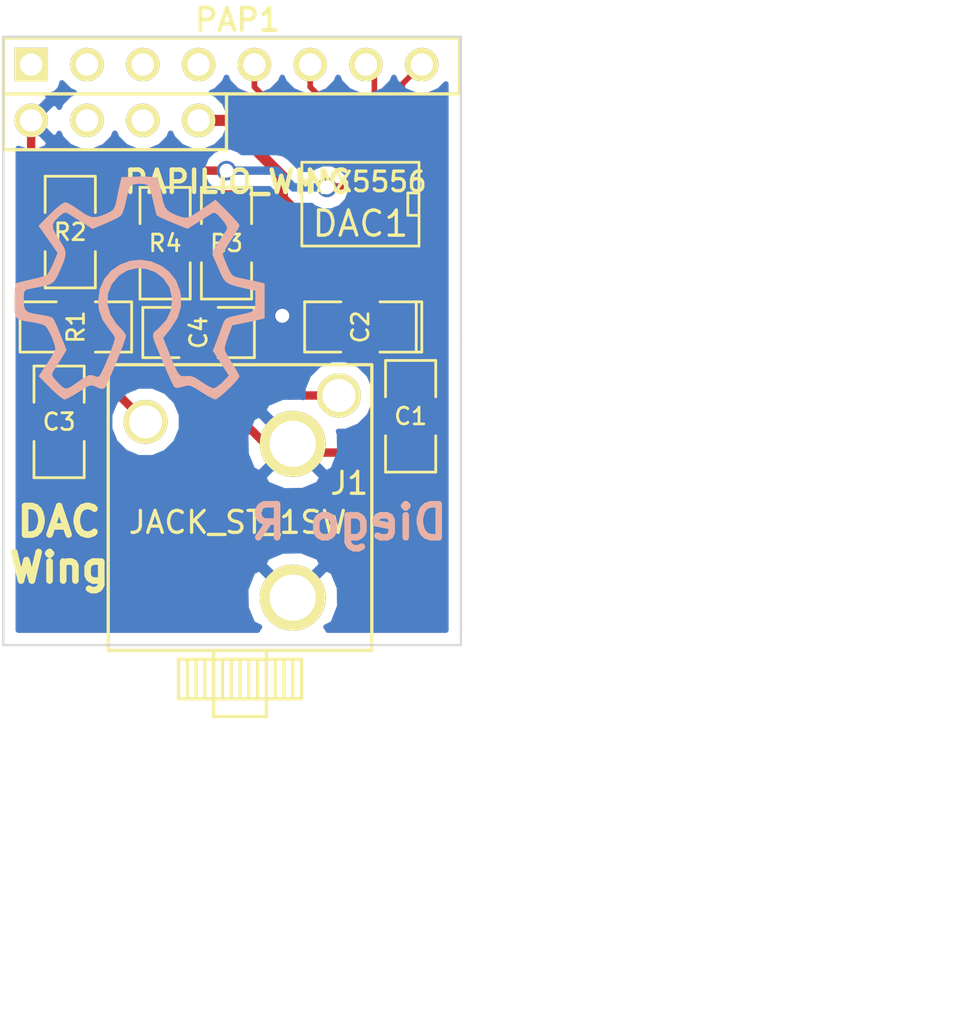
<source format=kicad_pcb>
(kicad_pcb (version 3) (host pcbnew "(2013-07-07 BZR 4022)-stable")

  (general
    (links 24)
    (no_connects 0)
    (area 44.890267 14.8971 94.919714 63.406)
    (thickness 1.6)
    (drawings 14)
    (tracks 71)
    (zones 0)
    (modules 12)
    (nets 11)
  )

  (page A4)
  (title_block 
    (title "DAC Wing")
    (rev 1.0)
    (comment 1 "By Diego R")
    (comment 2 "Open Source Hardware")
    (comment 3 http://produccionyelectronica.blogspot.mx/)
  )

  (layers
    (15 F.Cu signal)
    (0 B.Cu signal)
    (16 B.Adhes user)
    (17 F.Adhes user)
    (18 B.Paste user)
    (19 F.Paste user)
    (20 B.SilkS user)
    (21 F.SilkS user)
    (22 B.Mask user)
    (23 F.Mask user)
    (24 Dwgs.User user)
    (25 Cmts.User user)
    (26 Eco1.User user)
    (27 Eco2.User user)
    (28 Edge.Cuts user)
  )

  (setup
    (last_trace_width 0.3048)
    (user_trace_width 0.254)
    (user_trace_width 0.3048)
    (user_trace_width 0.381)
    (user_trace_width 0.4318)
    (user_trace_width 0.508)
    (trace_clearance 0.254)
    (zone_clearance 0.508)
    (zone_45_only no)
    (trace_min 0.2032)
    (segment_width 0.2)
    (edge_width 0.1)
    (via_size 0.889)
    (via_drill 0.635)
    (via_min_size 0.889)
    (via_min_drill 0.508)
    (uvia_size 0.508)
    (uvia_drill 0.127)
    (uvias_allowed no)
    (uvia_min_size 0.508)
    (uvia_min_drill 0.127)
    (pcb_text_width 0.3)
    (pcb_text_size 1.5 1.5)
    (mod_edge_width 0.15)
    (mod_text_size 1 1)
    (mod_text_width 0.15)
    (pad_size 3 3)
    (pad_drill 2.1)
    (pad_to_mask_clearance 0)
    (aux_axis_origin 0 0)
    (visible_elements FFFF7FBF)
    (pcbplotparams
      (layerselection 284196865)
      (usegerberextensions true)
      (excludeedgelayer true)
      (linewidth 0.150000)
      (plotframeref false)
      (viasonmask false)
      (mode 1)
      (useauxorigin false)
      (hpglpennumber 1)
      (hpglpenspeed 20)
      (hpglpendiameter 15)
      (hpglpenoverlay 2)
      (psnegative false)
      (psa4output false)
      (plotreference true)
      (plotvalue false)
      (plotothertext true)
      (plotinvisibletext false)
      (padsonsilk false)
      (subtractmaskfromsilk false)
      (outputformat 1)
      (mirror false)
      (drillshape 0)
      (scaleselection 1)
      (outputdirectory Gerbers/))
  )

  (net 0 "")
  (net 1 +5V)
  (net 2 GND)
  (net 3 N-0000012)
  (net 4 N-0000013)
  (net 5 N-0000014)
  (net 6 N-0000015)
  (net 7 N-0000016)
  (net 8 N-000003)
  (net 9 N-000004)
  (net 10 N-000006)

  (net_class Default "This is the default net class."
    (clearance 0.254)
    (trace_width 0.254)
    (via_dia 0.889)
    (via_drill 0.635)
    (uvia_dia 0.508)
    (uvia_drill 0.127)
    (add_net "")
    (add_net +5V)
    (add_net GND)
    (add_net N-0000012)
    (add_net N-0000013)
    (add_net N-0000014)
    (add_net N-0000015)
    (add_net N-0000016)
    (add_net N-000003)
    (add_net N-000004)
    (add_net N-000006)
  )

  (module SO8E (layer F.Cu) (tedit 4F33A5C7) (tstamp 53BA1203)
    (at 139.7 72.39 180)
    (descr "module CMS SOJ 8 pins etroit")
    (tags "CMS SOJ")
    (path /53BA0E38)
    (attr smd)
    (fp_text reference DAC1 (at 0 -0.889 180) (layer F.SilkS)
      (effects (font (size 1.143 1.143) (thickness 0.1524)))
    )
    (fp_text value MAX5556 (at 0 1.016 180) (layer F.SilkS)
      (effects (font (size 0.889 0.889) (thickness 0.1524)))
    )
    (fp_line (start -2.667 1.778) (end -2.667 1.905) (layer F.SilkS) (width 0.127))
    (fp_line (start -2.667 1.905) (end 2.667 1.905) (layer F.SilkS) (width 0.127))
    (fp_line (start 2.667 -1.905) (end -2.667 -1.905) (layer F.SilkS) (width 0.127))
    (fp_line (start -2.667 -1.905) (end -2.667 1.778) (layer F.SilkS) (width 0.127))
    (fp_line (start -2.667 -0.508) (end -2.159 -0.508) (layer F.SilkS) (width 0.127))
    (fp_line (start -2.159 -0.508) (end -2.159 0.508) (layer F.SilkS) (width 0.127))
    (fp_line (start -2.159 0.508) (end -2.667 0.508) (layer F.SilkS) (width 0.127))
    (fp_line (start 2.667 -1.905) (end 2.667 1.905) (layer F.SilkS) (width 0.127))
    (pad 8 smd rect (at -1.905 -2.667 180) (size 0.59944 1.39954)
      (layers F.Cu F.Paste F.Mask)
      (net 9 N-000004)
    )
    (pad 1 smd rect (at -1.905 2.667 180) (size 0.59944 1.39954)
      (layers F.Cu F.Paste F.Mask)
      (net 6 N-0000015)
    )
    (pad 7 smd rect (at -0.635 -2.667 180) (size 0.59944 1.39954)
      (layers F.Cu F.Paste F.Mask)
      (net 1 +5V)
    )
    (pad 6 smd rect (at 0.635 -2.667 180) (size 0.59944 1.39954)
      (layers F.Cu F.Paste F.Mask)
      (net 2 GND)
    )
    (pad 5 smd rect (at 1.905 -2.667 180) (size 0.59944 1.39954)
      (layers F.Cu F.Paste F.Mask)
      (net 8 N-000003)
    )
    (pad 2 smd rect (at -0.635 2.667 180) (size 0.59944 1.39954)
      (layers F.Cu F.Paste F.Mask)
      (net 5 N-0000014)
    )
    (pad 3 smd rect (at 0.635 2.667 180) (size 0.59944 1.39954)
      (layers F.Cu F.Paste F.Mask)
      (net 4 N-0000013)
    )
    (pad 4 smd rect (at 1.905 2.667 180) (size 0.59944 1.39954)
      (layers F.Cu F.Paste F.Mask)
      (net 3 N-0000012)
    )
    (model smd/cms_so8.wrl
      (at (xyz 0 0 0))
      (scale (xyz 0.5 0.32 0.5))
      (rotate (xyz 0 0 0))
    )
  )

  (module SM1206POL (layer F.Cu) (tedit 53BA194D) (tstamp 53BA1212)
    (at 139.7 77.978 180)
    (path /53BA1157)
    (attr smd)
    (fp_text reference C2 (at 0 0 270) (layer F.SilkS)
      (effects (font (size 0.762 0.762) (thickness 0.127)))
    )
    (fp_text value 4.7uF (at 0 0 180) (layer F.SilkS) hide
      (effects (font (size 0.762 0.762) (thickness 0.127)))
    )
    (fp_line (start -2.54 -1.143) (end -2.794 -1.143) (layer F.SilkS) (width 0.127))
    (fp_line (start -2.794 -1.143) (end -2.794 1.143) (layer F.SilkS) (width 0.127))
    (fp_line (start -2.794 1.143) (end -2.54 1.143) (layer F.SilkS) (width 0.127))
    (fp_line (start -2.54 -1.143) (end -2.54 1.143) (layer F.SilkS) (width 0.127))
    (fp_line (start -2.54 1.143) (end -0.889 1.143) (layer F.SilkS) (width 0.127))
    (fp_line (start 0.889 -1.143) (end 2.54 -1.143) (layer F.SilkS) (width 0.127))
    (fp_line (start 2.54 -1.143) (end 2.54 1.143) (layer F.SilkS) (width 0.127))
    (fp_line (start 2.54 1.143) (end 0.889 1.143) (layer F.SilkS) (width 0.127))
    (fp_line (start -0.889 -1.143) (end -2.54 -1.143) (layer F.SilkS) (width 0.127))
    (pad 1 smd rect (at -1.651 0 180) (size 1.524 2.032)
      (layers F.Cu F.Paste F.Mask)
      (net 1 +5V)
    )
    (pad 2 smd rect (at 1.651 0 180) (size 1.524 2.032)
      (layers F.Cu F.Paste F.Mask)
      (net 2 GND)
    )
    (model smd/chip_cms_pol.wrl
      (at (xyz 0 0 0))
      (scale (xyz 0.17 0.16 0.16))
      (rotate (xyz 0 0 0))
    )
  )

  (module SM1206 (layer F.Cu) (tedit 53BA193E) (tstamp 53BA1EF3)
    (at 126.492 73.66 270)
    (path /53BA0F19)
    (attr smd)
    (fp_text reference R2 (at 0 0 360) (layer F.SilkS)
      (effects (font (size 0.762 0.762) (thickness 0.127)))
    )
    (fp_text value 100k (at 0 0 270) (layer F.SilkS) hide
      (effects (font (size 0.762 0.762) (thickness 0.127)))
    )
    (fp_line (start -2.54 -1.143) (end -2.54 1.143) (layer F.SilkS) (width 0.127))
    (fp_line (start -2.54 1.143) (end -0.889 1.143) (layer F.SilkS) (width 0.127))
    (fp_line (start 0.889 -1.143) (end 2.54 -1.143) (layer F.SilkS) (width 0.127))
    (fp_line (start 2.54 -1.143) (end 2.54 1.143) (layer F.SilkS) (width 0.127))
    (fp_line (start 2.54 1.143) (end 0.889 1.143) (layer F.SilkS) (width 0.127))
    (fp_line (start -0.889 -1.143) (end -2.54 -1.143) (layer F.SilkS) (width 0.127))
    (pad 1 smd rect (at -1.651 0 270) (size 1.524 2.032)
      (layers F.Cu F.Paste F.Mask)
      (net 2 GND)
    )
    (pad 2 smd rect (at 1.651 0 270) (size 1.524 2.032)
      (layers F.Cu F.Paste F.Mask)
      (net 9 N-000004)
    )
    (model smd/chip_cms.wrl
      (at (xyz 0 0 0))
      (scale (xyz 0.17 0.16 0.16))
      (rotate (xyz 0 0 0))
    )
  )

  (module SM1206 (layer F.Cu) (tedit 53BA1940) (tstamp 53BA122A)
    (at 126.746 77.978)
    (path /53BA0F28)
    (attr smd)
    (fp_text reference R1 (at 0 0 90) (layer F.SilkS)
      (effects (font (size 0.762 0.762) (thickness 0.127)))
    )
    (fp_text value 560R (at 0 0) (layer F.SilkS) hide
      (effects (font (size 0.762 0.762) (thickness 0.127)))
    )
    (fp_line (start -2.54 -1.143) (end -2.54 1.143) (layer F.SilkS) (width 0.127))
    (fp_line (start -2.54 1.143) (end -0.889 1.143) (layer F.SilkS) (width 0.127))
    (fp_line (start 0.889 -1.143) (end 2.54 -1.143) (layer F.SilkS) (width 0.127))
    (fp_line (start 2.54 -1.143) (end 2.54 1.143) (layer F.SilkS) (width 0.127))
    (fp_line (start 2.54 1.143) (end 0.889 1.143) (layer F.SilkS) (width 0.127))
    (fp_line (start -0.889 -1.143) (end -2.54 -1.143) (layer F.SilkS) (width 0.127))
    (pad 1 smd rect (at -1.651 0) (size 1.524 2.032)
      (layers F.Cu F.Paste F.Mask)
      (net 9 N-000004)
    )
    (pad 2 smd rect (at 1.651 0) (size 1.524 2.032)
      (layers F.Cu F.Paste F.Mask)
      (net 7 N-0000016)
    )
    (model smd/chip_cms.wrl
      (at (xyz 0 0 0))
      (scale (xyz 0.17 0.16 0.16))
      (rotate (xyz 0 0 0))
    )
  )

  (module SM1206 (layer F.Cu) (tedit 53BA1943) (tstamp 53BA1236)
    (at 125.984 82.296 270)
    (path /53BA0F37)
    (attr smd)
    (fp_text reference C3 (at 0 0 360) (layer F.SilkS)
      (effects (font (size 0.762 0.762) (thickness 0.127)))
    )
    (fp_text value 1.5nF (at 0 0 270) (layer F.SilkS) hide
      (effects (font (size 0.762 0.762) (thickness 0.127)))
    )
    (fp_line (start -2.54 -1.143) (end -2.54 1.143) (layer F.SilkS) (width 0.127))
    (fp_line (start -2.54 1.143) (end -0.889 1.143) (layer F.SilkS) (width 0.127))
    (fp_line (start 0.889 -1.143) (end 2.54 -1.143) (layer F.SilkS) (width 0.127))
    (fp_line (start 2.54 -1.143) (end 2.54 1.143) (layer F.SilkS) (width 0.127))
    (fp_line (start 2.54 1.143) (end 0.889 1.143) (layer F.SilkS) (width 0.127))
    (fp_line (start -0.889 -1.143) (end -2.54 -1.143) (layer F.SilkS) (width 0.127))
    (pad 1 smd rect (at -1.651 0 270) (size 1.524 2.032)
      (layers F.Cu F.Paste F.Mask)
      (net 7 N-0000016)
    )
    (pad 2 smd rect (at 1.651 0 270) (size 1.524 2.032)
      (layers F.Cu F.Paste F.Mask)
      (net 2 GND)
    )
    (model smd/chip_cms.wrl
      (at (xyz 0 0 0))
      (scale (xyz 0.17 0.16 0.16))
      (rotate (xyz 0 0 0))
    )
  )

  (module SM1206 (layer F.Cu) (tedit 53BA1946) (tstamp 53BA1242)
    (at 130.81 74.168 90)
    (path /53BA1044)
    (attr smd)
    (fp_text reference R4 (at 0 0 180) (layer F.SilkS)
      (effects (font (size 0.762 0.762) (thickness 0.127)))
    )
    (fp_text value 100k (at 0 0 90) (layer F.SilkS) hide
      (effects (font (size 0.762 0.762) (thickness 0.127)))
    )
    (fp_line (start -2.54 -1.143) (end -2.54 1.143) (layer F.SilkS) (width 0.127))
    (fp_line (start -2.54 1.143) (end -0.889 1.143) (layer F.SilkS) (width 0.127))
    (fp_line (start 0.889 -1.143) (end 2.54 -1.143) (layer F.SilkS) (width 0.127))
    (fp_line (start 2.54 -1.143) (end 2.54 1.143) (layer F.SilkS) (width 0.127))
    (fp_line (start 2.54 1.143) (end 0.889 1.143) (layer F.SilkS) (width 0.127))
    (fp_line (start -0.889 -1.143) (end -2.54 -1.143) (layer F.SilkS) (width 0.127))
    (pad 1 smd rect (at -1.651 0 90) (size 1.524 2.032)
      (layers F.Cu F.Paste F.Mask)
      (net 2 GND)
    )
    (pad 2 smd rect (at 1.651 0 90) (size 1.524 2.032)
      (layers F.Cu F.Paste F.Mask)
      (net 8 N-000003)
    )
    (model smd/chip_cms.wrl
      (at (xyz 0 0 0))
      (scale (xyz 0.17 0.16 0.16))
      (rotate (xyz 0 0 0))
    )
  )

  (module SM1206 (layer F.Cu) (tedit 53BA1949) (tstamp 53BA124E)
    (at 133.604 74.168 270)
    (path /53BA104A)
    (attr smd)
    (fp_text reference R3 (at 0 0 360) (layer F.SilkS)
      (effects (font (size 0.762 0.762) (thickness 0.127)))
    )
    (fp_text value 560R (at 0 0 270) (layer F.SilkS) hide
      (effects (font (size 0.762 0.762) (thickness 0.127)))
    )
    (fp_line (start -2.54 -1.143) (end -2.54 1.143) (layer F.SilkS) (width 0.127))
    (fp_line (start -2.54 1.143) (end -0.889 1.143) (layer F.SilkS) (width 0.127))
    (fp_line (start 0.889 -1.143) (end 2.54 -1.143) (layer F.SilkS) (width 0.127))
    (fp_line (start 2.54 -1.143) (end 2.54 1.143) (layer F.SilkS) (width 0.127))
    (fp_line (start 2.54 1.143) (end 0.889 1.143) (layer F.SilkS) (width 0.127))
    (fp_line (start -0.889 -1.143) (end -2.54 -1.143) (layer F.SilkS) (width 0.127))
    (pad 1 smd rect (at -1.651 0 270) (size 1.524 2.032)
      (layers F.Cu F.Paste F.Mask)
      (net 8 N-000003)
    )
    (pad 2 smd rect (at 1.651 0 270) (size 1.524 2.032)
      (layers F.Cu F.Paste F.Mask)
      (net 10 N-000006)
    )
    (model smd/chip_cms.wrl
      (at (xyz 0 0 0))
      (scale (xyz 0.17 0.16 0.16))
      (rotate (xyz 0 0 0))
    )
  )

  (module SM1206 (layer F.Cu) (tedit 53BA194B) (tstamp 53BA125A)
    (at 132.334 78.232 180)
    (path /53BA1050)
    (attr smd)
    (fp_text reference C4 (at 0 0 270) (layer F.SilkS)
      (effects (font (size 0.762 0.762) (thickness 0.127)))
    )
    (fp_text value 1.5nF (at 0 0 180) (layer F.SilkS) hide
      (effects (font (size 0.762 0.762) (thickness 0.127)))
    )
    (fp_line (start -2.54 -1.143) (end -2.54 1.143) (layer F.SilkS) (width 0.127))
    (fp_line (start -2.54 1.143) (end -0.889 1.143) (layer F.SilkS) (width 0.127))
    (fp_line (start 0.889 -1.143) (end 2.54 -1.143) (layer F.SilkS) (width 0.127))
    (fp_line (start 2.54 -1.143) (end 2.54 1.143) (layer F.SilkS) (width 0.127))
    (fp_line (start 2.54 1.143) (end 0.889 1.143) (layer F.SilkS) (width 0.127))
    (fp_line (start -0.889 -1.143) (end -2.54 -1.143) (layer F.SilkS) (width 0.127))
    (pad 1 smd rect (at -1.651 0 180) (size 1.524 2.032)
      (layers F.Cu F.Paste F.Mask)
      (net 10 N-000006)
    )
    (pad 2 smd rect (at 1.651 0 180) (size 1.524 2.032)
      (layers F.Cu F.Paste F.Mask)
      (net 2 GND)
    )
    (model smd/chip_cms.wrl
      (at (xyz 0 0 0))
      (scale (xyz 0.17 0.16 0.16))
      (rotate (xyz 0 0 0))
    )
  )

  (module SM1206 (layer F.Cu) (tedit 53BA1950) (tstamp 53BA1266)
    (at 141.986 82.042 270)
    (path /53BA1148)
    (attr smd)
    (fp_text reference C1 (at 0 0 360) (layer F.SilkS)
      (effects (font (size 0.762 0.762) (thickness 0.127)))
    )
    (fp_text value 0.1uF (at 0 0 270) (layer F.SilkS) hide
      (effects (font (size 0.762 0.762) (thickness 0.127)))
    )
    (fp_line (start -2.54 -1.143) (end -2.54 1.143) (layer F.SilkS) (width 0.127))
    (fp_line (start -2.54 1.143) (end -0.889 1.143) (layer F.SilkS) (width 0.127))
    (fp_line (start 0.889 -1.143) (end 2.54 -1.143) (layer F.SilkS) (width 0.127))
    (fp_line (start 2.54 -1.143) (end 2.54 1.143) (layer F.SilkS) (width 0.127))
    (fp_line (start 2.54 1.143) (end 0.889 1.143) (layer F.SilkS) (width 0.127))
    (fp_line (start -0.889 -1.143) (end -2.54 -1.143) (layer F.SilkS) (width 0.127))
    (pad 1 smd rect (at -1.651 0 270) (size 1.524 2.032)
      (layers F.Cu F.Paste F.Mask)
      (net 1 +5V)
    )
    (pad 2 smd rect (at 1.651 0 270) (size 1.524 2.032)
      (layers F.Cu F.Paste F.Mask)
      (net 2 GND)
    )
    (model smd/chip_cms.wrl
      (at (xyz 0 0 0))
      (scale (xyz 0.17 0.16 0.16))
      (rotate (xyz 0 0 0))
    )
  )

  (module Papilio_Wing (layer F.Cu) (tedit 53BA1E64) (tstamp 53BA127E)
    (at 134.112 67.564)
    (descr "Double rangee de contacts 2 x 6 pins")
    (tags CONN)
    (path /53BA0E0B)
    (fp_text reference PAP1 (at 0 -3.556) (layer F.SilkS)
      (effects (font (size 1.016 1.016) (thickness 0.1778)))
    )
    (fp_text value PAPILIO_WING (at 0 3.81) (layer F.SilkS)
      (effects (font (size 1.016 1.016) (thickness 0.2032)))
    )
    (fp_line (start 10.0965 -2.7305) (end -10.668 -2.7305) (layer F.SilkS) (width 0.15))
    (fp_line (start 7.1755 -0.1905) (end 10.0965 -0.1905) (layer F.SilkS) (width 0.15))
    (fp_line (start 10.0965 -0.1905) (end 10.0965 -2.7305) (layer F.SilkS) (width 0.15))
    (fp_line (start -0.508 -0.1905) (end -10.668 -0.1905) (layer F.SilkS) (width 0.15))
    (fp_line (start -10.668 -2.7305) (end -10.668 2.3495) (layer F.SilkS) (width 0.15))
    (fp_line (start -10.668 2.3495) (end -0.508 2.3495) (layer F.SilkS) (width 0.15))
    (fp_line (start -0.508 2.3495) (end -0.508 -0.1905) (layer F.SilkS) (width 0.15))
    (fp_line (start -0.508 -0.1905) (end 7.112 -0.1905) (layer F.SilkS) (width 0.15))
    (pad 1 thru_hole rect (at -9.398 -1.524) (size 1.524 1.524) (drill 1.016)
      (layers *.Cu *.Mask F.SilkS)
    )
    (pad 7 thru_hole circle (at 5.842 -1.524) (size 1.524 1.524) (drill 1.016)
      (layers *.Cu *.Mask F.SilkS)
      (net 5 N-0000014)
    )
    (pad 2 thru_hole circle (at -6.858 -1.524) (size 1.524 1.524) (drill 1.016)
      (layers *.Cu *.Mask F.SilkS)
    )
    (pad 8 thru_hole circle (at 8.382 -1.524) (size 1.524 1.524) (drill 1.016)
      (layers *.Cu *.Mask F.SilkS)
      (net 6 N-0000015)
    )
    (pad 3 thru_hole circle (at -4.318 -1.524) (size 1.524 1.524) (drill 1.016)
      (layers *.Cu *.Mask F.SilkS)
    )
    (pad 4 thru_hole circle (at -1.778 -1.524) (size 1.524 1.524) (drill 1.016)
      (layers *.Cu *.Mask F.SilkS)
    )
    (pad 5 thru_hole circle (at 0.762 -1.524) (size 1.524 1.524) (drill 1.016)
      (layers *.Cu *.Mask F.SilkS)
      (net 3 N-0000012)
    )
    (pad 6 thru_hole circle (at 3.302 -1.524) (size 1.524 1.524) (drill 1.016)
      (layers *.Cu *.Mask F.SilkS)
      (net 4 N-0000013)
    )
    (pad 9 thru_hole circle (at -1.778 1.016) (size 1.524 1.524) (drill 1.016)
      (layers *.Cu *.Mask F.SilkS)
      (net 1 +5V)
    )
    (pad 10 thru_hole circle (at -4.318 1.016) (size 1.524 1.524) (drill 1.016)
      (layers *.Cu *.Mask F.SilkS)
    )
    (pad 11 thru_hole circle (at -6.858 1.016) (size 1.524 1.524) (drill 1.016)
      (layers *.Cu *.Mask F.SilkS)
    )
    (pad 12 thru_hole circle (at -9.398 1.016) (size 1.524 1.524) (drill 1.016)
      (layers *.Cu *.Mask F.SilkS)
      (net 2 GND)
    )
    (model pin_array/pins_array_6x2.wrl
      (at (xyz 0 0 0))
      (scale (xyz 1 1 1))
      (rotate (xyz 0 0 0))
    )
  )

  (module Jack_stereo_1 (layer F.Cu) (tedit 53BA1D0C) (tstamp 53BA1F3C)
    (at 134.62 82.296)
    (path /53BA17F7)
    (fp_text reference J1 (at 4.572 2.794) (layer F.SilkS)
      (effects (font (size 1 1) (thickness 0.15)))
    )
    (fp_text value JACK_ST_1SW (at -0.508 4.572) (layer F.SilkS)
      (effects (font (size 1 1) (thickness 0.15)))
    )
    (fp_line (start 2 10.8) (end 2 12.6) (layer F.SilkS) (width 0.15))
    (fp_line (start 1.6 10.8) (end 1.6 12.6) (layer F.SilkS) (width 0.15))
    (fp_line (start 1.2 10.8) (end 1.2 12.6) (layer F.SilkS) (width 0.15))
    (fp_line (start 0.4 10.8) (end 0.4 12.6) (layer F.SilkS) (width 0.15))
    (fp_line (start 0 10.8) (end 0 12.6) (layer F.SilkS) (width 0.15))
    (fp_line (start -0.4 10.8) (end -0.4 12.6) (layer F.SilkS) (width 0.15))
    (fp_line (start -0.8 10.8) (end -0.8 12.6) (layer F.SilkS) (width 0.15))
    (fp_line (start -1.2 10.8) (end -1.2 12.6) (layer F.SilkS) (width 0.15))
    (fp_line (start -2 10.8) (end -2 12.6) (layer F.SilkS) (width 0.15))
    (fp_line (start -2.4 10.8) (end -2.4 12.6) (layer F.SilkS) (width 0.15))
    (fp_line (start -2.8 10.8) (end -2.8 12.6) (layer F.SilkS) (width 0.15))
    (fp_line (start -3.2 10.8) (end -3.2 12.6) (layer F.SilkS) (width 0.15))
    (fp_line (start -3.2 12.6) (end 2.2 12.6) (layer F.SilkS) (width 0.15))
    (fp_line (start 2.2 12.6) (end 2.4 12.6) (layer F.SilkS) (width 0.15))
    (fp_line (start 2.4 12.6) (end 2.4 10.8) (layer F.SilkS) (width 0.15))
    (fp_line (start 2.4 10.8) (end -3.2 10.8) (layer F.SilkS) (width 0.15))
    (fp_line (start -1.6 11.4) (end -1.6 13.4) (layer F.SilkS) (width 0.15))
    (fp_line (start -1.6 13.4) (end 0.8 13.4) (layer F.SilkS) (width 0.15))
    (fp_line (start 0.8 13.4) (end 0.8 11.4) (layer F.SilkS) (width 0.15))
    (fp_line (start -1.6 10.4) (end -6.4 10.4) (layer F.SilkS) (width 0.15))
    (fp_line (start -6.4 10.4) (end -6.4 -2.6) (layer F.SilkS) (width 0.15))
    (fp_line (start -6.4 -2.6) (end 5.6 -2.6) (layer F.SilkS) (width 0.15))
    (fp_line (start 5.6 -2.6) (end 5.6 10.4) (layer F.SilkS) (width 0.15))
    (fp_line (start 5.6 10.4) (end 0.8 10.4) (layer F.SilkS) (width 0.15))
    (fp_line (start -1.6 10.4) (end 0.8 10.4) (layer F.SilkS) (width 0.15))
    (fp_line (start 0.8 10.4) (end 0.8 11.4) (layer F.SilkS) (width 0.15))
    (fp_line (start -1.6 11.4) (end -1.6 10.4) (layer F.SilkS) (width 0.15))
    (pad 1 thru_hole circle (at 2 1) (size 3 3) (drill 2.1)
      (layers *.Cu *.Mask F.SilkS)
      (net 2 GND)
    )
    (pad 4 thru_hole circle (at 2 8) (size 3 3) (drill 2.1)
      (layers *.Cu *.Mask F.SilkS)
      (net 2 GND)
    )
    (pad 3 thru_hole circle (at 4.1 -1.2) (size 2 2) (drill 1.5)
      (layers *.Cu *.Mask F.SilkS)
      (net 10 N-000006)
    )
    (pad 2 thru_hole circle (at -4.7 0) (size 2 2) (drill 1.5)
      (layers *.Cu *.Mask F.SilkS)
      (net 7 N-0000016)
    )
  )

  (module OSHW_SK_B_1 (layer F.Cu) (tedit 0) (tstamp 53BAAAF4)
    (at 129.794 76.708)
    (fp_text reference G*** (at 0 7.95782) (layer F.SilkS) hide
      (effects (font (size 1.524 1.524) (thickness 0.3048)))
    )
    (fp_text value OSHW_SK_B_1 (at 0 -7.95782) (layer F.SilkS) hide
      (effects (font (size 1.524 1.524) (thickness 0.3048)))
    )
    (fp_poly (pts (xy 5.54482 0.87884) (xy 5.29082 0.9398) (xy 5.12318 0.9779) (xy 5.12318 0.0762)
      (xy 5.12318 -0.381) (xy 4.61518 -0.49276) (xy 4.21894 -0.58674) (xy 3.95224 -0.67818)
      (xy 3.77444 -0.78994) (xy 3.65252 -0.94488) (xy 3.54584 -1.16332) (xy 3.4163 -1.4605)
      (xy 3.2893 -1.74244) (xy 3.24612 -1.83642) (xy 3.18516 -1.98374) (xy 3.17246 -2.10566)
      (xy 3.22834 -2.25044) (xy 3.36042 -2.4638) (xy 3.44932 -2.59842) (xy 3.62458 -2.86004)
      (xy 3.76428 -3.0734) (xy 3.84048 -3.19278) (xy 3.8227 -3.31216) (xy 3.69824 -3.50774)
      (xy 3.58902 -3.63982) (xy 3.40868 -3.8354) (xy 3.29184 -3.92176) (xy 3.19024 -3.91668)
      (xy 3.0607 -3.84048) (xy 3.05816 -3.83794) (xy 2.85496 -3.7084) (xy 2.58826 -3.53822)
      (xy 2.43586 -3.44424) (xy 2.03708 -3.19532) (xy 1.35636 -3.47218) (xy 1.04394 -3.60172)
      (xy 0.79756 -3.71602) (xy 0.65278 -3.79476) (xy 0.635 -3.81) (xy 0.59944 -3.92176)
      (xy 0.54102 -4.15036) (xy 0.47244 -4.45262) (xy 0.46228 -4.4958) (xy 0.38608 -4.80568)
      (xy 0.30734 -5.04698) (xy 0.23622 -5.17652) (xy 0.2286 -5.1816) (xy 0.0508 -5.23494)
      (xy -0.19304 -5.2451) (xy -0.42418 -5.21462) (xy -0.56896 -5.14858) (xy -0.5715 -5.1435)
      (xy -0.62992 -5.01142) (xy -0.6985 -4.76504) (xy -0.75946 -4.47294) (xy -0.83312 -4.1656)
      (xy -0.92202 -3.91668) (xy -1.0033 -3.78714) (xy -1.15062 -3.6957) (xy -1.39954 -3.57124)
      (xy -1.7018 -3.43662) (xy -1.7145 -3.43154) (xy -2.286 -3.19278) (xy -2.68732 -3.4417)
      (xy -2.96164 -3.61442) (xy -3.21056 -3.7719) (xy -3.3147 -3.84048) (xy -3.46456 -3.92684)
      (xy -3.57632 -3.92684) (xy -3.72364 -3.82778) (xy -3.79476 -3.76682) (xy -4.00304 -3.56616)
      (xy -4.09702 -3.38328) (xy -4.07416 -3.17754) (xy -3.93954 -2.9083) (xy -3.80746 -2.7051)
      (xy -3.63728 -2.44348) (xy -3.53822 -2.23774) (xy -3.51282 -2.0447) (xy -3.55854 -1.8161)
      (xy -3.67538 -1.51384) (xy -3.80492 -1.22682) (xy -3.90906 -1.0033) (xy -4.0005 -0.84328)
      (xy -4.1148 -0.73406) (xy -4.28244 -0.65278) (xy -4.5339 -0.5842) (xy -4.90474 -0.51054)
      (xy -5.1435 -0.46228) (xy -5.30098 -0.42418) (xy -5.3848 -0.3556) (xy -5.41528 -0.20828)
      (xy -5.41782 0.0508) (xy -5.40766 0.30988) (xy -5.34924 0.4826) (xy -5.2197 0.59182)
      (xy -4.98094 0.66294) (xy -4.60756 0.72136) (xy -4.57708 0.72644) (xy -4.318 0.77724)
      (xy -4.13004 0.84328) (xy -4.07924 0.87884) (xy -4.01828 0.99568) (xy -3.9116 1.22936)
      (xy -3.7846 1.53416) (xy -3.73888 1.64846) (xy -3.46964 2.32156) (xy -3.7084 2.7051)
      (xy -3.87096 2.96418) (xy -4.01574 3.19278) (xy -4.06908 3.27914) (xy -4.1275 3.39598)
      (xy -4.11226 3.50266) (xy -4.00812 3.6449) (xy -3.85826 3.80238) (xy -3.69316 3.97002)
      (xy -3.56362 4.05892) (xy -3.43662 4.064) (xy -3.26644 3.98526) (xy -3.01752 3.81762)
      (xy -2.8448 3.69316) (xy -2.5908 3.52552) (xy -2.42062 3.45694) (xy -2.29362 3.4671)
      (xy -2.26568 3.48234) (xy -2.08788 3.53568) (xy -1.99898 3.52806) (xy -1.93294 3.43916)
      (xy -1.82626 3.23088) (xy -1.69672 2.9464) (xy -1.55956 2.62128) (xy -1.43256 2.2987)
      (xy -1.3335 2.01676) (xy -1.27762 1.82118) (xy -1.27 1.76784) (xy -1.32334 1.65354)
      (xy -1.45542 1.46812) (xy -1.53416 1.3716) (xy -1.83896 0.9398) (xy -1.99898 0.4826)
      (xy -2.032 0.08382) (xy -1.95834 -0.45212) (xy -1.7526 -0.9144) (xy -1.44272 -1.28778)
      (xy -1.04648 -1.56464) (xy -0.59436 -1.73482) (xy -0.10922 -1.78816) (xy 0.38354 -1.7145)
      (xy 0.8636 -1.50368) (xy 1.19888 -1.24968) (xy 1.50622 -0.8636) (xy 1.69164 -0.38608)
      (xy 1.73482 -0.16256) (xy 1.73736 0.35052) (xy 1.58496 0.84582) (xy 1.27254 1.34112)
      (xy 1.26746 1.3462) (xy 0.92964 1.77292) (xy 1.18872 2.42062) (xy 1.36652 2.86512)
      (xy 1.50114 3.17246) (xy 1.60782 3.36804) (xy 1.7018 3.47218) (xy 1.80086 3.51282)
      (xy 1.92278 3.50774) (xy 1.9685 3.50266) (xy 2.16408 3.49758) (xy 2.3622 3.56616)
      (xy 2.62382 3.72872) (xy 2.667 3.76174) (xy 2.91084 3.92176) (xy 3.11912 4.03098)
      (xy 3.22072 4.064) (xy 3.35534 4.00558) (xy 3.5433 3.8608) (xy 3.63728 3.7719)
      (xy 3.91922 3.4798) (xy 3.55346 2.91592) (xy 3.18516 2.35458) (xy 3.3401 1.96088)
      (xy 3.46456 1.63322) (xy 3.58648 1.30048) (xy 3.61696 1.20904) (xy 3.69824 1.00584)
      (xy 3.7973 0.889) (xy 3.95986 0.81534) (xy 4.22148 0.75692) (xy 4.61518 0.6731)
      (xy 4.87426 0.60706) (xy 5.02666 0.53594) (xy 5.09778 0.43434) (xy 5.12064 0.28448)
      (xy 5.12318 0.0762) (xy 5.12318 0.9779) (xy 5.06222 0.99314) (xy 4.75234 1.05918)
      (xy 4.55422 1.09982) (xy 4.07162 1.19634) (xy 3.8989 1.65862) (xy 3.80238 1.93802)
      (xy 3.74142 2.16662) (xy 3.72618 2.26822) (xy 3.76936 2.40792) (xy 3.88874 2.63652)
      (xy 4.05384 2.90576) (xy 4.064 2.921) (xy 4.2291 3.18262) (xy 4.35102 3.39344)
      (xy 4.40182 3.51282) (xy 4.40182 3.51536) (xy 4.3434 3.62204) (xy 4.191 3.80238)
      (xy 3.98018 4.02082) (xy 3.7465 4.23926) (xy 3.5306 4.42722) (xy 3.3655 4.5466)
      (xy 3.30454 4.572) (xy 3.18008 4.52882) (xy 2.9591 4.41198) (xy 2.68986 4.24688)
      (xy 2.65684 4.22656) (xy 2.37998 4.0513) (xy 2.19456 3.95732) (xy 2.0574 3.92938)
      (xy 1.91516 3.95732) (xy 1.82372 3.9878) (xy 1.57734 4.04876) (xy 1.44272 4.01828)
      (xy 1.38176 3.9116) (xy 1.27 3.683) (xy 1.12776 3.3655) (xy 0.97282 3.00482)
      (xy 0.762 2.50698) (xy 0.61214 2.14122) (xy 0.51308 1.88468) (xy 0.46736 1.70942)
      (xy 0.4699 1.59258) (xy 0.51308 1.50622) (xy 0.59944 1.42748) (xy 0.71882 1.3335)
      (xy 0.71882 1.33096) (xy 1.07442 0.94234) (xy 1.28016 0.4953) (xy 1.33604 0.0127)
      (xy 1.22936 -0.47498) (xy 1.1938 -0.5588) (xy 0.93472 -0.94234) (xy 0.57912 -1.21666)
      (xy 0.16256 -1.3716) (xy -0.2794 -1.40462) (xy -0.7112 -1.30048) (xy -1.08204 -1.06934)
      (xy -1.40716 -0.68326) (xy -1.58242 -0.24384) (xy -1.61036 0.21844) (xy -1.4859 0.68072)
      (xy -1.21412 1.11252) (xy -1.06934 1.26492) (xy -0.89154 1.45542) (xy -0.77978 1.61798)
      (xy -0.762 1.67386) (xy -0.79502 1.80086) (xy -0.87884 2.0447) (xy -1.0033 2.37236)
      (xy -1.15316 2.74828) (xy -1.31064 3.13182) (xy -1.46304 3.48996) (xy -1.59512 3.7846)
      (xy -1.69164 3.98272) (xy -1.7272 4.0386) (xy -1.83134 4.09194) (xy -1.99898 4.0513)
      (xy -2.0955 4.00812) (xy -2.24028 3.94208) (xy -2.35966 3.92684) (xy -2.49936 3.97256)
      (xy -2.70256 4.09194) (xy -2.90576 4.22148) (xy -3.18008 4.39166) (xy -3.41122 4.51612)
      (xy -3.55346 4.56946) (xy -3.56362 4.572) (xy -3.67792 4.51358) (xy -3.87096 4.36118)
      (xy -4.10972 4.14274) (xy -4.21386 4.04114) (xy -4.73964 3.51028) (xy -4.36118 2.94386)
      (xy -4.18084 2.66446) (xy -4.04876 2.43078) (xy -3.98272 2.286) (xy -3.98018 2.26822)
      (xy -4.01828 2.07518) (xy -4.10972 1.81102) (xy -4.23418 1.53924) (xy -4.35864 1.31826)
      (xy -4.43992 1.2192) (xy -4.60756 1.14808) (xy -4.86664 1.08204) (xy -5.02412 1.0541)
      (xy -5.39496 1.00076) (xy -5.63118 0.93472) (xy -5.7658 0.8255) (xy -5.82676 0.635)
      (xy -5.842 0.3302) (xy -5.842 0.09144) (xy -5.83438 -0.25146) (xy -5.81406 -0.52324)
      (xy -5.78358 -0.68834) (xy -5.76834 -0.71374) (xy -5.6515 -0.75438) (xy -5.41782 -0.8128)
      (xy -5.11556 -0.88138) (xy -5.07492 -0.89154) (xy -4.75996 -0.9652) (xy -4.50596 -1.0414)
      (xy -4.36118 -1.10236) (xy -4.35356 -1.10744) (xy -4.2672 -1.22936) (xy -4.15036 -1.45288)
      (xy -4.06654 -1.64846) (xy -3.88112 -2.10312) (xy -4.31292 -2.72034) (xy -4.74726 -3.33502)
      (xy -4.2164 -3.86842) (xy -3.9624 -4.10972) (xy -3.73634 -4.2926) (xy -3.57378 -4.3942)
      (xy -3.53314 -4.40182) (xy -3.3909 -4.3561) (xy -3.16484 -4.2291) (xy -2.9083 -4.05384)
      (xy -2.58826 -3.83794) (xy -2.3368 -3.7338) (xy -2.09296 -3.73126) (xy -1.8034 -3.8227)
      (xy -1.67386 -3.87604) (xy -1.45542 -3.98272) (xy -1.32842 -4.09194) (xy -1.25222 -4.25704)
      (xy -1.18872 -4.5339) (xy -1.18872 -4.54406) (xy -1.12268 -4.86156) (xy -1.05918 -5.15366)
      (xy -1.0287 -5.29082) (xy -0.96774 -5.54482) (xy -0.22098 -5.57022) (xy 0.17526 -5.57276)
      (xy 0.4699 -5.5499) (xy 0.62992 -5.50672) (xy 0.635 -5.50164) (xy 0.70358 -5.37718)
      (xy 0.77978 -5.13588) (xy 0.84836 -4.826) (xy 0.8509 -4.8006) (xy 0.9271 -4.42468)
      (xy 1.01854 -4.17322) (xy 1.15824 -4.00812) (xy 1.37414 -3.88112) (xy 1.5748 -3.7973)
      (xy 1.77546 -3.72872) (xy 1.93548 -3.69824) (xy 2.09042 -3.72618) (xy 2.28346 -3.81762)
      (xy 2.54508 -3.9878) (xy 2.8194 -4.17576) (xy 3.30962 -4.51866) (xy 3.85572 -3.9751)
      (xy 4.09702 -3.72618) (xy 4.28498 -3.5179) (xy 4.38912 -3.3782) (xy 4.40182 -3.34518)
      (xy 4.35864 -3.2385) (xy 4.23926 -3.03276) (xy 4.07162 -2.76606) (xy 4.02082 -2.68986)
      (xy 3.84302 -2.41554) (xy 3.71094 -2.19456) (xy 3.64236 -2.05994) (xy 3.63982 -2.0447)
      (xy 3.67284 -1.93294) (xy 3.75666 -1.71704) (xy 3.8481 -1.4986) (xy 3.97002 -1.23952)
      (xy 4.0767 -1.08966) (xy 4.22656 -1.00584) (xy 4.47294 -0.94742) (xy 4.5466 -0.93218)
      (xy 4.8641 -0.86614) (xy 5.1562 -0.80264) (xy 5.29082 -0.77216) (xy 5.54482 -0.70866)
      (xy 5.54482 0.08382) (xy 5.54482 0.87884) (xy 5.54482 0.87884)) (layer B.SilkS) (width 0.00254))
  )

  (dimension 20.828 (width 0.3) (layer Eco2.User)
    (gr_text "0.8200 in" (at 133.858 110.315999) (layer Eco2.User)
      (effects (font (size 1.5 1.5) (thickness 0.3)))
    )
    (feature1 (pts (xy 144.272 92.456) (xy 144.272 111.665999)))
    (feature2 (pts (xy 123.444 92.456) (xy 123.444 111.665999)))
    (crossbar (pts (xy 123.444 108.965999) (xy 144.272 108.965999)))
    (arrow1a (pts (xy 144.272 108.965999) (xy 143.145497 109.552419)))
    (arrow1b (pts (xy 144.272 108.965999) (xy 143.145497 108.379579)))
    (arrow2a (pts (xy 123.444 108.965999) (xy 124.570503 109.552419)))
    (arrow2b (pts (xy 123.444 108.965999) (xy 124.570503 108.379579)))
  )
  (dimension 27.686 (width 0.3) (layer Eco2.User)
    (gr_text "1.0900 in" (at 164.417999 78.613001 270) (layer Eco2.User)
      (effects (font (size 1.5 1.5) (thickness 0.3)))
    )
    (feature1 (pts (xy 144.272 92.456) (xy 165.767999 92.456001)))
    (feature2 (pts (xy 144.272 64.77) (xy 165.767999 64.770001)))
    (crossbar (pts (xy 163.067999 64.770001) (xy 163.067999 92.456001)))
    (arrow1a (pts (xy 163.067999 92.456001) (xy 162.481579 91.329498)))
    (arrow1b (pts (xy 163.067999 92.456001) (xy 163.654419 91.329498)))
    (arrow2a (pts (xy 163.067999 64.770001) (xy 162.481579 65.896504)))
    (arrow2b (pts (xy 163.067999 64.770001) (xy 163.654419 65.896504)))
  )
  (dimension 27.686 (width 0.3) (layer Eco1.User)
    (gr_text "27.686 mm" (at 156.035999 78.613 270) (layer Eco1.User)
      (effects (font (size 1.5 1.5) (thickness 0.3)))
    )
    (feature1 (pts (xy 144.272 92.456) (xy 157.385999 92.456)))
    (feature2 (pts (xy 144.272 64.77) (xy 157.385999 64.77)))
    (crossbar (pts (xy 154.685999 64.77) (xy 154.685999 92.456)))
    (arrow1a (pts (xy 154.685999 92.456) (xy 154.099579 91.329497)))
    (arrow1b (pts (xy 154.685999 92.456) (xy 155.272419 91.329497)))
    (arrow2a (pts (xy 154.685999 64.77) (xy 154.099579 65.896503)))
    (arrow2b (pts (xy 154.685999 64.77) (xy 155.272419 65.896503)))
  )
  (gr_line (start 144.272 92.456) (end 144.272 91.694) (angle 90) (layer Edge.Cuts) (width 0.1))
  (gr_line (start 123.444 92.456) (end 144.272 92.456) (angle 90) (layer Edge.Cuts) (width 0.1))
  (gr_line (start 123.444 91.694) (end 123.444 92.456) (angle 90) (layer Edge.Cuts) (width 0.1))
  (gr_text "Diego R" (at 139.192 86.868) (layer B.SilkS)
    (effects (font (size 1.5 1.5) (thickness 0.3)) (justify mirror))
  )
  (gr_text "DAC\nWing" (at 125.984 87.884) (layer F.SilkS)
    (effects (font (size 1.3 1.3) (thickness 0.3)))
  )
  (dimension 20.828 (width 0.3) (layer Eco1.User)
    (gr_text "20.828 mm" (at 133.858 103.712) (layer Eco1.User)
      (effects (font (size 1.5 1.5) (thickness 0.3)))
    )
    (feature1 (pts (xy 144.272 92.71) (xy 144.272 105.062)))
    (feature2 (pts (xy 123.444 92.71) (xy 123.444 105.062)))
    (crossbar (pts (xy 123.444 102.362) (xy 144.272 102.362)))
    (arrow1a (pts (xy 144.272 102.362) (xy 143.145497 102.94842)))
    (arrow1b (pts (xy 144.272 102.362) (xy 143.145497 101.77558)))
    (arrow2a (pts (xy 123.444 102.362) (xy 124.570503 102.94842)))
    (arrow2b (pts (xy 123.444 102.362) (xy 124.570503 101.77558)))
  )
  (gr_line (start 123.444 91.694) (end 123.444 73.152) (angle 90) (layer Edge.Cuts) (width 0.1))
  (gr_line (start 144.272 78.486) (end 144.272 91.694) (angle 90) (layer Edge.Cuts) (width 0.1))
  (gr_line (start 144.272 64.77) (end 144.272 78.486) (angle 90) (layer Edge.Cuts) (width 0.1))
  (gr_line (start 123.444 64.77) (end 144.272 64.77) (angle 90) (layer Edge.Cuts) (width 0.1))
  (gr_line (start 123.444 64.77) (end 123.444 73.152) (angle 90) (layer Edge.Cuts) (width 0.1))

  (segment (start 138.176 73.406) (end 139.954 73.406) (width 0.508) (layer F.Cu) (net 1))
  (segment (start 133.604 68.58) (end 136.144 71.12) (width 0.508) (layer F.Cu) (net 1) (tstamp 53BA1E99))
  (segment (start 136.144 71.12) (end 136.144 72.136) (width 0.508) (layer F.Cu) (net 1) (tstamp 53BA1E9A))
  (segment (start 136.144 72.136) (end 137.414 73.406) (width 0.508) (layer F.Cu) (net 1) (tstamp 53BA1E9B))
  (segment (start 137.414 73.406) (end 138.176 73.406) (width 0.508) (layer F.Cu) (net 1) (tstamp 53BA1E9C))
  (segment (start 132.334 68.58) (end 133.604 68.58) (width 0.508) (layer F.Cu) (net 1))
  (segment (start 140.335 73.787) (end 140.335 75.057) (width 0.508) (layer F.Cu) (net 1) (tstamp 53BA1EA5))
  (segment (start 139.954 73.406) (end 140.335 73.787) (width 0.508) (layer F.Cu) (net 1) (tstamp 53BA1EA4))
  (segment (start 141.351 77.978) (end 141.351 79.756) (width 0.381) (layer F.Cu) (net 1))
  (segment (start 141.351 79.756) (end 141.986 80.391) (width 0.381) (layer F.Cu) (net 1) (tstamp 53BA1E4F))
  (segment (start 140.335 75.057) (end 140.335 76.962) (width 0.381) (layer F.Cu) (net 1))
  (segment (start 140.335 76.962) (end 141.351 77.978) (width 0.381) (layer F.Cu) (net 1) (tstamp 53BA1E4C))
  (segment (start 126.492 72.009) (end 126.111 72.009) (width 0.381) (layer F.Cu) (net 2))
  (segment (start 126.111 72.009) (end 124.714 70.612) (width 0.381) (layer F.Cu) (net 2) (tstamp 53BA1E7F))
  (segment (start 124.714 70.612) (end 124.714 68.58) (width 0.381) (layer F.Cu) (net 2) (tstamp 53BA1E80))
  (segment (start 138.049 77.978) (end 136.652 77.978) (width 0.381) (layer F.Cu) (net 2))
  (via (at 136.144 77.47) (size 0.889) (layers F.Cu B.Cu) (net 2))
  (segment (start 136.652 77.978) (end 136.144 77.47) (width 0.381) (layer F.Cu) (net 2) (tstamp 53BA1E94))
  (segment (start 138.049 77.978) (end 138.049 77.597) (width 0.381) (layer F.Cu) (net 2))
  (segment (start 139.065 76.581) (end 139.065 75.057) (width 0.381) (layer F.Cu) (net 2) (tstamp 53BA1E91))
  (segment (start 138.049 77.597) (end 139.065 76.581) (width 0.381) (layer F.Cu) (net 2) (tstamp 53BA1E90))
  (segment (start 125.984 83.947) (end 126.619 83.947) (width 0.381) (layer F.Cu) (net 2))
  (segment (start 135.08 84.836) (end 136.62 83.296) (width 0.381) (layer F.Cu) (net 2) (tstamp 53BA1E85))
  (segment (start 127.508 84.836) (end 135.08 84.836) (width 0.381) (layer F.Cu) (net 2) (tstamp 53BA1E84))
  (segment (start 126.619 83.947) (end 127.508 84.836) (width 0.381) (layer F.Cu) (net 2) (tstamp 53BA1E83))
  (segment (start 130.683 78.232) (end 130.683 78.613) (width 0.381) (layer F.Cu) (net 2))
  (segment (start 135.366 83.296) (end 136.62 83.296) (width 0.381) (layer F.Cu) (net 2) (tstamp 53BA1E62))
  (segment (start 130.683 78.613) (end 135.366 83.296) (width 0.381) (layer F.Cu) (net 2) (tstamp 53BA1E61))
  (segment (start 130.683 78.232) (end 130.683 75.946) (width 0.381) (layer F.Cu) (net 2))
  (segment (start 130.683 75.946) (end 130.81 75.819) (width 0.381) (layer F.Cu) (net 2) (tstamp 53BA1E5E))
  (segment (start 141.986 83.693) (end 137.017 83.693) (width 0.381) (layer F.Cu) (net 2))
  (segment (start 137.017 83.693) (end 136.62 83.296) (width 0.381) (layer F.Cu) (net 2) (tstamp 53BA1E53))
  (segment (start 137.795 69.723) (end 137.541 69.723) (width 0.254) (layer F.Cu) (net 3))
  (segment (start 134.874 67.056) (end 134.874 66.04) (width 0.254) (layer F.Cu) (net 3) (tstamp 53BA1E3B))
  (segment (start 137.541 69.723) (end 134.874 67.056) (width 0.254) (layer F.Cu) (net 3) (tstamp 53BA1E3A))
  (segment (start 139.065 69.723) (end 139.065 68.707) (width 0.254) (layer F.Cu) (net 4))
  (segment (start 137.414 67.056) (end 137.414 66.04) (width 0.254) (layer F.Cu) (net 4) (tstamp 53BA1E41))
  (segment (start 139.065 68.707) (end 137.414 67.056) (width 0.254) (layer F.Cu) (net 4) (tstamp 53BA1E3F))
  (segment (start 140.335 69.723) (end 140.335 66.421) (width 0.254) (layer F.Cu) (net 5))
  (segment (start 140.335 66.421) (end 139.954 66.04) (width 0.254) (layer F.Cu) (net 5) (tstamp 53BA1E45))
  (segment (start 141.605 69.723) (end 141.605 66.929) (width 0.254) (layer F.Cu) (net 6))
  (segment (start 141.605 66.929) (end 142.494 66.04) (width 0.254) (layer F.Cu) (net 6) (tstamp 53BA1E48))
  (segment (start 125.984 80.645) (end 125.984 80.391) (width 0.381) (layer F.Cu) (net 7))
  (segment (start 125.984 80.391) (end 128.397 77.978) (width 0.381) (layer F.Cu) (net 7) (tstamp 53BA1E8D))
  (segment (start 125.984 80.645) (end 128.269 80.645) (width 0.381) (layer F.Cu) (net 7))
  (segment (start 128.269 80.645) (end 129.92 82.296) (width 0.381) (layer F.Cu) (net 7) (tstamp 53BA1E89))
  (segment (start 133.604 72.517) (end 133.985 72.517) (width 0.381) (layer F.Cu) (net 8))
  (segment (start 136.525 75.057) (end 137.795 75.057) (width 0.381) (layer F.Cu) (net 8) (tstamp 53BA1E6C))
  (segment (start 133.985 72.517) (end 136.525 75.057) (width 0.381) (layer F.Cu) (net 8) (tstamp 53BA1E6B))
  (segment (start 130.81 72.517) (end 133.604 72.517) (width 0.381) (layer F.Cu) (net 8))
  (segment (start 138.176 71.628) (end 140.208 71.628) (width 0.381) (layer F.Cu) (net 9))
  (segment (start 141.605 73.025) (end 141.605 73.533) (width 0.381) (layer F.Cu) (net 9) (tstamp 53BA1EA1))
  (segment (start 140.208 71.628) (end 141.605 73.025) (width 0.381) (layer F.Cu) (net 9) (tstamp 53BA1EA0))
  (segment (start 126.492 75.311) (end 126.873 75.311) (width 0.381) (layer F.Cu) (net 9))
  (segment (start 141.605 73.533) (end 141.605 75.057) (width 0.381) (layer F.Cu) (net 9) (tstamp 53BA1E7C))
  (via (at 138.176 71.628) (size 0.889) (layers F.Cu B.Cu) (net 9))
  (segment (start 136.652 71.628) (end 138.176 71.628) (width 0.381) (layer B.Cu) (net 9) (tstamp 53BA1E77))
  (segment (start 135.89 70.866) (end 136.652 71.628) (width 0.381) (layer B.Cu) (net 9) (tstamp 53BA1E76))
  (segment (start 133.604 70.866) (end 135.89 70.866) (width 0.381) (layer B.Cu) (net 9) (tstamp 53BA1E75))
  (via (at 133.604 70.866) (size 0.889) (layers F.Cu B.Cu) (net 9))
  (segment (start 129.286 70.866) (end 133.604 70.866) (width 0.381) (layer F.Cu) (net 9) (tstamp 53BA1E73))
  (segment (start 128.778 71.374) (end 129.286 70.866) (width 0.381) (layer F.Cu) (net 9) (tstamp 53BA1E72))
  (segment (start 128.778 73.406) (end 128.778 71.374) (width 0.381) (layer F.Cu) (net 9) (tstamp 53BA1E70))
  (segment (start 126.873 75.311) (end 128.778 73.406) (width 0.381) (layer F.Cu) (net 9) (tstamp 53BA1E6F))
  (segment (start 125.095 77.978) (end 125.095 76.708) (width 0.381) (layer F.Cu) (net 9))
  (segment (start 125.095 76.708) (end 126.492 75.311) (width 0.381) (layer F.Cu) (net 9) (tstamp 53BA1E65))
  (segment (start 133.985 78.232) (end 133.985 76.2) (width 0.381) (layer F.Cu) (net 10))
  (segment (start 133.985 76.2) (end 133.604 75.819) (width 0.381) (layer F.Cu) (net 10) (tstamp 53BA1E5B))
  (segment (start 133.985 78.232) (end 133.985 78.613) (width 0.381) (layer F.Cu) (net 10))
  (segment (start 136.468 81.096) (end 138.72 81.096) (width 0.381) (layer F.Cu) (net 10) (tstamp 53BA1E57))
  (segment (start 133.985 78.613) (end 136.468 81.096) (width 0.381) (layer F.Cu) (net 10) (tstamp 53BA1E56))

  (zone (net 2) (net_name GND) (layer B.Cu) (tstamp 53BA1FF6) (hatch edge 0.508)
    (connect_pads (clearance 0.508))
    (min_thickness 0.254)
    (fill (arc_segments 16) (thermal_gap 0.508) (thermal_bridge_width 0.508))
    (polygon
      (pts
        (xy 144.018 92.202) (xy 144.018 65.024) (xy 123.698 65.024) (xy 123.698 92.202)
      )
    )
    (filled_polygon
      (pts
        (xy 143.587 91.771) (xy 140.355283 91.771) (xy 140.355283 80.772205) (xy 140.106893 80.171057) (xy 139.647362 79.710723)
        (xy 139.255687 79.548085) (xy 139.255687 71.414216) (xy 139.091689 71.017311) (xy 138.788286 70.713378) (xy 138.391668 70.548687)
        (xy 137.962216 70.548313) (xy 137.565311 70.712311) (xy 137.474964 70.8025) (xy 136.993933 70.8025) (xy 136.473717 70.282283)
        (xy 136.205906 70.103337) (xy 135.89 70.0405) (xy 134.305252 70.0405) (xy 134.216286 69.951378) (xy 133.819668 69.786687)
        (xy 133.390216 69.786313) (xy 132.993311 69.950311) (xy 132.689378 70.253714) (xy 132.524687 70.650332) (xy 132.524313 71.079784)
        (xy 132.688311 71.476689) (xy 132.991714 71.780622) (xy 133.388332 71.945313) (xy 133.817784 71.945687) (xy 134.214689 71.781689)
        (xy 134.305035 71.6915) (xy 135.548066 71.6915) (xy 136.06828 72.211713) (xy 136.068283 72.211717) (xy 136.336094 72.390662)
        (xy 136.336095 72.390663) (xy 136.589162 72.441) (xy 136.651999 72.4535) (xy 136.651999 72.453499) (xy 136.652 72.4535)
        (xy 137.474747 72.4535) (xy 137.563714 72.542622) (xy 137.960332 72.707313) (xy 138.389784 72.707687) (xy 138.786689 72.543689)
        (xy 139.090622 72.240286) (xy 139.255313 71.843668) (xy 139.255687 71.414216) (xy 139.255687 79.548085) (xy 139.046648 79.461285)
        (xy 138.396205 79.460717) (xy 137.795057 79.709107) (xy 137.334723 80.168638) (xy 137.085285 80.769352) (xy 137.084921 81.185071)
        (xy 137.003813 81.153277) (xy 136.154613 81.169503) (xy 135.445418 81.463261) (xy 135.285636 81.782031) (xy 136.62 83.116395)
        (xy 136.634142 83.102252) (xy 136.813747 83.281857) (xy 136.799605 83.296) (xy 138.133969 84.630364) (xy 138.452739 84.470582)
        (xy 138.762723 83.679813) (xy 138.746497 82.830613) (xy 138.70523 82.730987) (xy 139.043795 82.731283) (xy 139.644943 82.482893)
        (xy 140.105277 82.023362) (xy 140.354715 81.422648) (xy 140.355283 80.772205) (xy 140.355283 91.771) (xy 138.762723 91.771)
        (xy 138.21998 91.771) (xy 138.247294 91.743686) (xy 138.13397 91.630362) (xy 138.452739 91.470582) (xy 138.762723 90.679813)
        (xy 138.746497 89.830613) (xy 138.452739 89.121418) (xy 138.133969 88.961636) (xy 137.954364 89.141241) (xy 137.954364 88.782031)
        (xy 137.954364 84.809969) (xy 136.62 83.475605) (xy 136.440395 83.65521) (xy 136.440395 83.296) (xy 135.106031 81.961636)
        (xy 134.787261 82.121418) (xy 134.477277 82.912187) (xy 134.493503 83.761387) (xy 134.787261 84.470582) (xy 135.106031 84.630364)
        (xy 136.440395 83.296) (xy 136.440395 83.65521) (xy 135.285636 84.809969) (xy 135.445418 85.128739) (xy 136.236187 85.438723)
        (xy 137.085387 85.422497) (xy 137.794582 85.128739) (xy 137.954364 84.809969) (xy 137.954364 88.782031) (xy 137.794582 88.463261)
        (xy 137.003813 88.153277) (xy 136.154613 88.169503) (xy 135.445418 88.463261) (xy 135.285636 88.782031) (xy 136.62 90.116395)
        (xy 137.954364 88.782031) (xy 137.954364 89.141241) (xy 136.799605 90.296) (xy 136.813747 90.310142) (xy 136.634142 90.489747)
        (xy 136.62 90.475605) (xy 136.605857 90.489747) (xy 136.440395 90.324285) (xy 136.426252 90.310142) (xy 136.440395 90.296)
        (xy 135.106031 88.961636) (xy 134.787261 89.121418) (xy 134.477277 89.912187) (xy 134.493503 90.761387) (xy 134.787261 91.470582)
        (xy 135.106029 91.630362) (xy 134.992706 91.743686) (xy 135.02002 91.771) (xy 131.555283 91.771) (xy 131.555283 81.972205)
        (xy 131.306893 81.371057) (xy 130.847362 80.910723) (xy 130.246648 80.661285) (xy 129.596205 80.660717) (xy 128.995057 80.909107)
        (xy 128.534723 81.368638) (xy 128.285285 81.969352) (xy 128.284717 82.619795) (xy 128.533107 83.220943) (xy 128.992638 83.681277)
        (xy 129.593352 83.930715) (xy 130.243795 83.931283) (xy 130.844943 83.682893) (xy 131.305277 83.223362) (xy 131.554715 82.622648)
        (xy 131.555283 81.972205) (xy 131.555283 91.771) (xy 124.129 91.771) (xy 124.129 91.694) (xy 124.129 73.152)
        (xy 124.129 69.854534) (xy 124.506304 69.989143) (xy 125.061369 69.96136) (xy 125.445142 69.802396) (xy 125.514607 69.560212)
        (xy 124.714 68.759605) (xy 124.699857 68.773747) (xy 124.520252 68.594142) (xy 124.534395 68.58) (xy 124.520252 68.565857)
        (xy 124.699857 68.386252) (xy 124.714 68.400395) (xy 125.514607 67.599788) (xy 125.467946 67.43711) (xy 125.601755 67.43711)
        (xy 125.835229 67.340641) (xy 126.014013 67.162168) (xy 126.110889 66.928864) (xy 126.110938 66.872323) (xy 126.46163 67.223628)
        (xy 126.669514 67.309949) (xy 126.463697 67.394991) (xy 126.070372 67.78763) (xy 125.990605 67.97973) (xy 125.936396 67.848858)
        (xy 125.694212 67.779393) (xy 124.893605 68.58) (xy 125.694212 69.380607) (xy 125.936396 69.311142) (xy 125.986508 69.170678)
        (xy 126.068991 69.370303) (xy 126.46163 69.763628) (xy 126.974901 69.976756) (xy 127.530661 69.977241) (xy 128.044303 69.765009)
        (xy 128.437628 69.37237) (xy 128.523949 69.164485) (xy 128.608991 69.370303) (xy 129.00163 69.763628) (xy 129.514901 69.976756)
        (xy 130.070661 69.977241) (xy 130.584303 69.765009) (xy 130.977628 69.37237) (xy 131.063949 69.164485) (xy 131.148991 69.370303)
        (xy 131.54163 69.763628) (xy 132.054901 69.976756) (xy 132.610661 69.977241) (xy 133.124303 69.765009) (xy 133.517628 69.37237)
        (xy 133.730756 68.859099) (xy 133.731241 68.303339) (xy 133.519009 67.789697) (xy 133.12637 67.396372) (xy 132.918485 67.31005)
        (xy 133.124303 67.225009) (xy 133.517628 66.83237) (xy 133.603949 66.624485) (xy 133.688991 66.830303) (xy 134.08163 67.223628)
        (xy 134.594901 67.436756) (xy 135.150661 67.437241) (xy 135.664303 67.225009) (xy 136.057628 66.83237) (xy 136.143949 66.624485)
        (xy 136.228991 66.830303) (xy 136.62163 67.223628) (xy 137.134901 67.436756) (xy 137.690661 67.437241) (xy 138.204303 67.225009)
        (xy 138.597628 66.83237) (xy 138.683949 66.624485) (xy 138.768991 66.830303) (xy 139.16163 67.223628) (xy 139.674901 67.436756)
        (xy 140.230661 67.437241) (xy 140.744303 67.225009) (xy 141.137628 66.83237) (xy 141.223949 66.624485) (xy 141.308991 66.830303)
        (xy 141.70163 67.223628) (xy 142.214901 67.436756) (xy 142.770661 67.437241) (xy 143.284303 67.225009) (xy 143.587 66.922839)
        (xy 143.587 78.486) (xy 143.587 91.694) (xy 143.587 91.771)
      )
    )
  )
)

</source>
